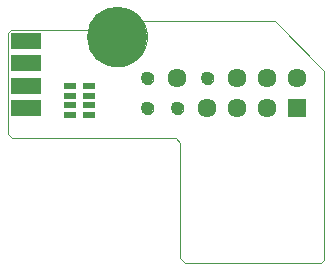
<source format=gbs>
G04 EAGLE Gerber RS-274X export*
G75*
%MOMM*%
%FSLAX34Y34*%
%LPD*%
%INLötstopplack unten*%
%IPPOS*%
%AMOC8*
5,1,8,0,0,1.08239X$1,22.5*%
G01*
%ADD10C,0.000000*%
%ADD11C,5.101600*%
%ADD12R,1.000000X0.600000*%
%ADD13R,2.641600X1.371600*%
%ADD14R,1.609600X1.609600*%
%ADD15C,1.609600*%
%ADD16C,1.101600*%


D10*
X70200Y200100D02*
X70208Y200714D01*
X70230Y201327D01*
X70268Y201939D01*
X70320Y202550D01*
X70388Y203160D01*
X70471Y203768D01*
X70568Y204374D01*
X70680Y204977D01*
X70807Y205578D01*
X70949Y206175D01*
X71106Y206768D01*
X71276Y207357D01*
X71462Y207942D01*
X71661Y208522D01*
X71875Y209097D01*
X72103Y209667D01*
X72345Y210231D01*
X72600Y210789D01*
X72869Y211340D01*
X73152Y211885D01*
X73448Y212422D01*
X73757Y212953D01*
X74079Y213475D01*
X74413Y213989D01*
X74760Y214495D01*
X75120Y214992D01*
X75491Y215481D01*
X75875Y215960D01*
X76270Y216429D01*
X76676Y216889D01*
X77094Y217339D01*
X77522Y217778D01*
X77961Y218206D01*
X78411Y218624D01*
X78871Y219030D01*
X79340Y219425D01*
X79819Y219809D01*
X80308Y220180D01*
X80805Y220540D01*
X81311Y220887D01*
X81825Y221221D01*
X82347Y221543D01*
X82878Y221852D01*
X83415Y222148D01*
X83960Y222431D01*
X84511Y222700D01*
X85069Y222955D01*
X85633Y223197D01*
X86203Y223425D01*
X86778Y223639D01*
X87358Y223838D01*
X87943Y224024D01*
X88532Y224194D01*
X89125Y224351D01*
X89722Y224493D01*
X90323Y224620D01*
X90926Y224732D01*
X91532Y224829D01*
X92140Y224912D01*
X92750Y224980D01*
X93361Y225032D01*
X93973Y225070D01*
X94586Y225092D01*
X95200Y225100D01*
X95814Y225092D01*
X96427Y225070D01*
X97039Y225032D01*
X97650Y224980D01*
X98260Y224912D01*
X98868Y224829D01*
X99474Y224732D01*
X100077Y224620D01*
X100678Y224493D01*
X101275Y224351D01*
X101868Y224194D01*
X102457Y224024D01*
X103042Y223838D01*
X103622Y223639D01*
X104197Y223425D01*
X104767Y223197D01*
X105331Y222955D01*
X105889Y222700D01*
X106440Y222431D01*
X106985Y222148D01*
X107522Y221852D01*
X108053Y221543D01*
X108575Y221221D01*
X109089Y220887D01*
X109595Y220540D01*
X110092Y220180D01*
X110581Y219809D01*
X111060Y219425D01*
X111529Y219030D01*
X111989Y218624D01*
X112439Y218206D01*
X112878Y217778D01*
X113306Y217339D01*
X113724Y216889D01*
X114130Y216429D01*
X114525Y215960D01*
X114909Y215481D01*
X115280Y214992D01*
X115640Y214495D01*
X115987Y213989D01*
X116321Y213475D01*
X116643Y212953D01*
X116952Y212422D01*
X117248Y211885D01*
X117531Y211340D01*
X117800Y210789D01*
X118055Y210231D01*
X118297Y209667D01*
X118525Y209097D01*
X118739Y208522D01*
X118938Y207942D01*
X119124Y207357D01*
X119294Y206768D01*
X119451Y206175D01*
X119593Y205578D01*
X119720Y204977D01*
X119832Y204374D01*
X119929Y203768D01*
X120012Y203160D01*
X120080Y202550D01*
X120132Y201939D01*
X120170Y201327D01*
X120192Y200714D01*
X120200Y200100D01*
X120192Y199486D01*
X120170Y198873D01*
X120132Y198261D01*
X120080Y197650D01*
X120012Y197040D01*
X119929Y196432D01*
X119832Y195826D01*
X119720Y195223D01*
X119593Y194622D01*
X119451Y194025D01*
X119294Y193432D01*
X119124Y192843D01*
X118938Y192258D01*
X118739Y191678D01*
X118525Y191103D01*
X118297Y190533D01*
X118055Y189969D01*
X117800Y189411D01*
X117531Y188860D01*
X117248Y188315D01*
X116952Y187778D01*
X116643Y187247D01*
X116321Y186725D01*
X115987Y186211D01*
X115640Y185705D01*
X115280Y185208D01*
X114909Y184719D01*
X114525Y184240D01*
X114130Y183771D01*
X113724Y183311D01*
X113306Y182861D01*
X112878Y182422D01*
X112439Y181994D01*
X111989Y181576D01*
X111529Y181170D01*
X111060Y180775D01*
X110581Y180391D01*
X110092Y180020D01*
X109595Y179660D01*
X109089Y179313D01*
X108575Y178979D01*
X108053Y178657D01*
X107522Y178348D01*
X106985Y178052D01*
X106440Y177769D01*
X105889Y177500D01*
X105331Y177245D01*
X104767Y177003D01*
X104197Y176775D01*
X103622Y176561D01*
X103042Y176362D01*
X102457Y176176D01*
X101868Y176006D01*
X101275Y175849D01*
X100678Y175707D01*
X100077Y175580D01*
X99474Y175468D01*
X98868Y175371D01*
X98260Y175288D01*
X97650Y175220D01*
X97039Y175168D01*
X96427Y175130D01*
X95814Y175108D01*
X95200Y175100D01*
X94586Y175108D01*
X93973Y175130D01*
X93361Y175168D01*
X92750Y175220D01*
X92140Y175288D01*
X91532Y175371D01*
X90926Y175468D01*
X90323Y175580D01*
X89722Y175707D01*
X89125Y175849D01*
X88532Y176006D01*
X87943Y176176D01*
X87358Y176362D01*
X86778Y176561D01*
X86203Y176775D01*
X85633Y177003D01*
X85069Y177245D01*
X84511Y177500D01*
X83960Y177769D01*
X83415Y178052D01*
X82878Y178348D01*
X82347Y178657D01*
X81825Y178979D01*
X81311Y179313D01*
X80805Y179660D01*
X80308Y180020D01*
X79819Y180391D01*
X79340Y180775D01*
X78871Y181170D01*
X78411Y181576D01*
X77961Y181994D01*
X77522Y182422D01*
X77094Y182861D01*
X76676Y183311D01*
X76270Y183771D01*
X75875Y184240D01*
X75491Y184719D01*
X75120Y185208D01*
X74760Y185705D01*
X74413Y186211D01*
X74079Y186725D01*
X73757Y187247D01*
X73448Y187778D01*
X73152Y188315D01*
X72869Y188860D01*
X72600Y189411D01*
X72345Y189969D01*
X72103Y190533D01*
X71875Y191103D01*
X71661Y191678D01*
X71462Y192258D01*
X71276Y192843D01*
X71106Y193432D01*
X70949Y194025D01*
X70807Y194622D01*
X70680Y195223D01*
X70568Y195826D01*
X70471Y196432D01*
X70388Y197040D01*
X70320Y197650D01*
X70268Y198261D01*
X70230Y198873D01*
X70208Y199486D01*
X70200Y200100D01*
D11*
X95200Y200100D03*
D10*
X144780Y114300D02*
X148590Y110490D01*
X148590Y12700D01*
X152400Y8890D01*
X267970Y8890D01*
X270510Y11430D01*
X270510Y171450D01*
X228600Y213360D01*
X5080Y205740D02*
X2540Y203200D01*
X2540Y118110D01*
X6350Y114300D01*
X144780Y114300D01*
X101600Y213360D02*
X228600Y213360D01*
X101600Y213360D02*
X93980Y205740D01*
X5080Y205740D01*
D12*
X55500Y134050D03*
X55500Y142050D03*
X55500Y150050D03*
X55500Y158050D03*
X71500Y158050D03*
X71500Y150050D03*
X71500Y142050D03*
X71500Y134050D03*
D13*
X17780Y139700D03*
X17780Y158750D03*
X17780Y177800D03*
D14*
X247650Y139700D03*
D15*
X247650Y165100D03*
X222250Y139700D03*
X222250Y165100D03*
X196850Y139700D03*
X196850Y165100D03*
X146050Y165100D03*
D10*
X141050Y139700D02*
X141052Y139841D01*
X141058Y139982D01*
X141068Y140122D01*
X141082Y140262D01*
X141100Y140402D01*
X141121Y140541D01*
X141147Y140680D01*
X141176Y140818D01*
X141210Y140954D01*
X141247Y141090D01*
X141288Y141225D01*
X141333Y141359D01*
X141382Y141491D01*
X141434Y141622D01*
X141490Y141751D01*
X141550Y141878D01*
X141613Y142004D01*
X141679Y142128D01*
X141750Y142251D01*
X141823Y142371D01*
X141900Y142489D01*
X141980Y142605D01*
X142064Y142718D01*
X142150Y142829D01*
X142240Y142938D01*
X142333Y143044D01*
X142428Y143147D01*
X142527Y143248D01*
X142628Y143346D01*
X142732Y143441D01*
X142839Y143533D01*
X142948Y143622D01*
X143060Y143707D01*
X143174Y143790D01*
X143290Y143870D01*
X143409Y143946D01*
X143530Y144018D01*
X143652Y144088D01*
X143777Y144153D01*
X143903Y144216D01*
X144031Y144274D01*
X144161Y144329D01*
X144292Y144381D01*
X144425Y144428D01*
X144559Y144472D01*
X144694Y144513D01*
X144830Y144549D01*
X144967Y144581D01*
X145105Y144610D01*
X145243Y144635D01*
X145383Y144655D01*
X145523Y144672D01*
X145663Y144685D01*
X145804Y144694D01*
X145944Y144699D01*
X146085Y144700D01*
X146226Y144697D01*
X146367Y144690D01*
X146507Y144679D01*
X146647Y144664D01*
X146787Y144645D01*
X146926Y144623D01*
X147064Y144596D01*
X147202Y144566D01*
X147338Y144531D01*
X147474Y144493D01*
X147608Y144451D01*
X147742Y144405D01*
X147874Y144356D01*
X148004Y144302D01*
X148133Y144245D01*
X148260Y144185D01*
X148386Y144121D01*
X148509Y144053D01*
X148631Y143982D01*
X148751Y143908D01*
X148868Y143830D01*
X148983Y143749D01*
X149096Y143665D01*
X149207Y143578D01*
X149315Y143487D01*
X149420Y143394D01*
X149523Y143297D01*
X149623Y143198D01*
X149720Y143096D01*
X149814Y142991D01*
X149905Y142884D01*
X149993Y142774D01*
X150078Y142662D01*
X150160Y142547D01*
X150239Y142430D01*
X150314Y142311D01*
X150386Y142190D01*
X150454Y142067D01*
X150519Y141942D01*
X150581Y141815D01*
X150638Y141686D01*
X150693Y141556D01*
X150743Y141425D01*
X150790Y141292D01*
X150833Y141158D01*
X150872Y141022D01*
X150907Y140886D01*
X150939Y140749D01*
X150966Y140611D01*
X150990Y140472D01*
X151010Y140332D01*
X151026Y140192D01*
X151038Y140052D01*
X151046Y139911D01*
X151050Y139770D01*
X151050Y139630D01*
X151046Y139489D01*
X151038Y139348D01*
X151026Y139208D01*
X151010Y139068D01*
X150990Y138928D01*
X150966Y138789D01*
X150939Y138651D01*
X150907Y138514D01*
X150872Y138378D01*
X150833Y138242D01*
X150790Y138108D01*
X150743Y137975D01*
X150693Y137844D01*
X150638Y137714D01*
X150581Y137585D01*
X150519Y137458D01*
X150454Y137333D01*
X150386Y137210D01*
X150314Y137089D01*
X150239Y136970D01*
X150160Y136853D01*
X150078Y136738D01*
X149993Y136626D01*
X149905Y136516D01*
X149814Y136409D01*
X149720Y136304D01*
X149623Y136202D01*
X149523Y136103D01*
X149420Y136006D01*
X149315Y135913D01*
X149207Y135822D01*
X149096Y135735D01*
X148983Y135651D01*
X148868Y135570D01*
X148751Y135492D01*
X148631Y135418D01*
X148509Y135347D01*
X148386Y135279D01*
X148260Y135215D01*
X148133Y135155D01*
X148004Y135098D01*
X147874Y135044D01*
X147742Y134995D01*
X147608Y134949D01*
X147474Y134907D01*
X147338Y134869D01*
X147202Y134834D01*
X147064Y134804D01*
X146926Y134777D01*
X146787Y134755D01*
X146647Y134736D01*
X146507Y134721D01*
X146367Y134710D01*
X146226Y134703D01*
X146085Y134700D01*
X145944Y134701D01*
X145804Y134706D01*
X145663Y134715D01*
X145523Y134728D01*
X145383Y134745D01*
X145243Y134765D01*
X145105Y134790D01*
X144967Y134819D01*
X144830Y134851D01*
X144694Y134887D01*
X144559Y134928D01*
X144425Y134972D01*
X144292Y135019D01*
X144161Y135071D01*
X144031Y135126D01*
X143903Y135184D01*
X143777Y135247D01*
X143652Y135312D01*
X143530Y135382D01*
X143409Y135454D01*
X143290Y135530D01*
X143174Y135610D01*
X143060Y135693D01*
X142948Y135778D01*
X142839Y135867D01*
X142732Y135959D01*
X142628Y136054D01*
X142527Y136152D01*
X142428Y136253D01*
X142333Y136356D01*
X142240Y136462D01*
X142150Y136571D01*
X142064Y136682D01*
X141980Y136795D01*
X141900Y136911D01*
X141823Y137029D01*
X141750Y137149D01*
X141679Y137272D01*
X141613Y137396D01*
X141550Y137522D01*
X141490Y137649D01*
X141434Y137778D01*
X141382Y137909D01*
X141333Y138041D01*
X141288Y138175D01*
X141247Y138310D01*
X141210Y138446D01*
X141176Y138582D01*
X141147Y138720D01*
X141121Y138859D01*
X141100Y138998D01*
X141082Y139138D01*
X141068Y139278D01*
X141058Y139418D01*
X141052Y139559D01*
X141050Y139700D01*
D16*
X146050Y139700D03*
D10*
X115650Y139700D02*
X115652Y139841D01*
X115658Y139982D01*
X115668Y140122D01*
X115682Y140262D01*
X115700Y140402D01*
X115721Y140541D01*
X115747Y140680D01*
X115776Y140818D01*
X115810Y140954D01*
X115847Y141090D01*
X115888Y141225D01*
X115933Y141359D01*
X115982Y141491D01*
X116034Y141622D01*
X116090Y141751D01*
X116150Y141878D01*
X116213Y142004D01*
X116279Y142128D01*
X116350Y142251D01*
X116423Y142371D01*
X116500Y142489D01*
X116580Y142605D01*
X116664Y142718D01*
X116750Y142829D01*
X116840Y142938D01*
X116933Y143044D01*
X117028Y143147D01*
X117127Y143248D01*
X117228Y143346D01*
X117332Y143441D01*
X117439Y143533D01*
X117548Y143622D01*
X117660Y143707D01*
X117774Y143790D01*
X117890Y143870D01*
X118009Y143946D01*
X118130Y144018D01*
X118252Y144088D01*
X118377Y144153D01*
X118503Y144216D01*
X118631Y144274D01*
X118761Y144329D01*
X118892Y144381D01*
X119025Y144428D01*
X119159Y144472D01*
X119294Y144513D01*
X119430Y144549D01*
X119567Y144581D01*
X119705Y144610D01*
X119843Y144635D01*
X119983Y144655D01*
X120123Y144672D01*
X120263Y144685D01*
X120404Y144694D01*
X120544Y144699D01*
X120685Y144700D01*
X120826Y144697D01*
X120967Y144690D01*
X121107Y144679D01*
X121247Y144664D01*
X121387Y144645D01*
X121526Y144623D01*
X121664Y144596D01*
X121802Y144566D01*
X121938Y144531D01*
X122074Y144493D01*
X122208Y144451D01*
X122342Y144405D01*
X122474Y144356D01*
X122604Y144302D01*
X122733Y144245D01*
X122860Y144185D01*
X122986Y144121D01*
X123109Y144053D01*
X123231Y143982D01*
X123351Y143908D01*
X123468Y143830D01*
X123583Y143749D01*
X123696Y143665D01*
X123807Y143578D01*
X123915Y143487D01*
X124020Y143394D01*
X124123Y143297D01*
X124223Y143198D01*
X124320Y143096D01*
X124414Y142991D01*
X124505Y142884D01*
X124593Y142774D01*
X124678Y142662D01*
X124760Y142547D01*
X124839Y142430D01*
X124914Y142311D01*
X124986Y142190D01*
X125054Y142067D01*
X125119Y141942D01*
X125181Y141815D01*
X125238Y141686D01*
X125293Y141556D01*
X125343Y141425D01*
X125390Y141292D01*
X125433Y141158D01*
X125472Y141022D01*
X125507Y140886D01*
X125539Y140749D01*
X125566Y140611D01*
X125590Y140472D01*
X125610Y140332D01*
X125626Y140192D01*
X125638Y140052D01*
X125646Y139911D01*
X125650Y139770D01*
X125650Y139630D01*
X125646Y139489D01*
X125638Y139348D01*
X125626Y139208D01*
X125610Y139068D01*
X125590Y138928D01*
X125566Y138789D01*
X125539Y138651D01*
X125507Y138514D01*
X125472Y138378D01*
X125433Y138242D01*
X125390Y138108D01*
X125343Y137975D01*
X125293Y137844D01*
X125238Y137714D01*
X125181Y137585D01*
X125119Y137458D01*
X125054Y137333D01*
X124986Y137210D01*
X124914Y137089D01*
X124839Y136970D01*
X124760Y136853D01*
X124678Y136738D01*
X124593Y136626D01*
X124505Y136516D01*
X124414Y136409D01*
X124320Y136304D01*
X124223Y136202D01*
X124123Y136103D01*
X124020Y136006D01*
X123915Y135913D01*
X123807Y135822D01*
X123696Y135735D01*
X123583Y135651D01*
X123468Y135570D01*
X123351Y135492D01*
X123231Y135418D01*
X123109Y135347D01*
X122986Y135279D01*
X122860Y135215D01*
X122733Y135155D01*
X122604Y135098D01*
X122474Y135044D01*
X122342Y134995D01*
X122208Y134949D01*
X122074Y134907D01*
X121938Y134869D01*
X121802Y134834D01*
X121664Y134804D01*
X121526Y134777D01*
X121387Y134755D01*
X121247Y134736D01*
X121107Y134721D01*
X120967Y134710D01*
X120826Y134703D01*
X120685Y134700D01*
X120544Y134701D01*
X120404Y134706D01*
X120263Y134715D01*
X120123Y134728D01*
X119983Y134745D01*
X119843Y134765D01*
X119705Y134790D01*
X119567Y134819D01*
X119430Y134851D01*
X119294Y134887D01*
X119159Y134928D01*
X119025Y134972D01*
X118892Y135019D01*
X118761Y135071D01*
X118631Y135126D01*
X118503Y135184D01*
X118377Y135247D01*
X118252Y135312D01*
X118130Y135382D01*
X118009Y135454D01*
X117890Y135530D01*
X117774Y135610D01*
X117660Y135693D01*
X117548Y135778D01*
X117439Y135867D01*
X117332Y135959D01*
X117228Y136054D01*
X117127Y136152D01*
X117028Y136253D01*
X116933Y136356D01*
X116840Y136462D01*
X116750Y136571D01*
X116664Y136682D01*
X116580Y136795D01*
X116500Y136911D01*
X116423Y137029D01*
X116350Y137149D01*
X116279Y137272D01*
X116213Y137396D01*
X116150Y137522D01*
X116090Y137649D01*
X116034Y137778D01*
X115982Y137909D01*
X115933Y138041D01*
X115888Y138175D01*
X115847Y138310D01*
X115810Y138446D01*
X115776Y138582D01*
X115747Y138720D01*
X115721Y138859D01*
X115700Y138998D01*
X115682Y139138D01*
X115668Y139278D01*
X115658Y139418D01*
X115652Y139559D01*
X115650Y139700D01*
D16*
X120650Y139700D03*
D10*
X115650Y165100D02*
X115652Y165241D01*
X115658Y165382D01*
X115668Y165522D01*
X115682Y165662D01*
X115700Y165802D01*
X115721Y165941D01*
X115747Y166080D01*
X115776Y166218D01*
X115810Y166354D01*
X115847Y166490D01*
X115888Y166625D01*
X115933Y166759D01*
X115982Y166891D01*
X116034Y167022D01*
X116090Y167151D01*
X116150Y167278D01*
X116213Y167404D01*
X116279Y167528D01*
X116350Y167651D01*
X116423Y167771D01*
X116500Y167889D01*
X116580Y168005D01*
X116664Y168118D01*
X116750Y168229D01*
X116840Y168338D01*
X116933Y168444D01*
X117028Y168547D01*
X117127Y168648D01*
X117228Y168746D01*
X117332Y168841D01*
X117439Y168933D01*
X117548Y169022D01*
X117660Y169107D01*
X117774Y169190D01*
X117890Y169270D01*
X118009Y169346D01*
X118130Y169418D01*
X118252Y169488D01*
X118377Y169553D01*
X118503Y169616D01*
X118631Y169674D01*
X118761Y169729D01*
X118892Y169781D01*
X119025Y169828D01*
X119159Y169872D01*
X119294Y169913D01*
X119430Y169949D01*
X119567Y169981D01*
X119705Y170010D01*
X119843Y170035D01*
X119983Y170055D01*
X120123Y170072D01*
X120263Y170085D01*
X120404Y170094D01*
X120544Y170099D01*
X120685Y170100D01*
X120826Y170097D01*
X120967Y170090D01*
X121107Y170079D01*
X121247Y170064D01*
X121387Y170045D01*
X121526Y170023D01*
X121664Y169996D01*
X121802Y169966D01*
X121938Y169931D01*
X122074Y169893D01*
X122208Y169851D01*
X122342Y169805D01*
X122474Y169756D01*
X122604Y169702D01*
X122733Y169645D01*
X122860Y169585D01*
X122986Y169521D01*
X123109Y169453D01*
X123231Y169382D01*
X123351Y169308D01*
X123468Y169230D01*
X123583Y169149D01*
X123696Y169065D01*
X123807Y168978D01*
X123915Y168887D01*
X124020Y168794D01*
X124123Y168697D01*
X124223Y168598D01*
X124320Y168496D01*
X124414Y168391D01*
X124505Y168284D01*
X124593Y168174D01*
X124678Y168062D01*
X124760Y167947D01*
X124839Y167830D01*
X124914Y167711D01*
X124986Y167590D01*
X125054Y167467D01*
X125119Y167342D01*
X125181Y167215D01*
X125238Y167086D01*
X125293Y166956D01*
X125343Y166825D01*
X125390Y166692D01*
X125433Y166558D01*
X125472Y166422D01*
X125507Y166286D01*
X125539Y166149D01*
X125566Y166011D01*
X125590Y165872D01*
X125610Y165732D01*
X125626Y165592D01*
X125638Y165452D01*
X125646Y165311D01*
X125650Y165170D01*
X125650Y165030D01*
X125646Y164889D01*
X125638Y164748D01*
X125626Y164608D01*
X125610Y164468D01*
X125590Y164328D01*
X125566Y164189D01*
X125539Y164051D01*
X125507Y163914D01*
X125472Y163778D01*
X125433Y163642D01*
X125390Y163508D01*
X125343Y163375D01*
X125293Y163244D01*
X125238Y163114D01*
X125181Y162985D01*
X125119Y162858D01*
X125054Y162733D01*
X124986Y162610D01*
X124914Y162489D01*
X124839Y162370D01*
X124760Y162253D01*
X124678Y162138D01*
X124593Y162026D01*
X124505Y161916D01*
X124414Y161809D01*
X124320Y161704D01*
X124223Y161602D01*
X124123Y161503D01*
X124020Y161406D01*
X123915Y161313D01*
X123807Y161222D01*
X123696Y161135D01*
X123583Y161051D01*
X123468Y160970D01*
X123351Y160892D01*
X123231Y160818D01*
X123109Y160747D01*
X122986Y160679D01*
X122860Y160615D01*
X122733Y160555D01*
X122604Y160498D01*
X122474Y160444D01*
X122342Y160395D01*
X122208Y160349D01*
X122074Y160307D01*
X121938Y160269D01*
X121802Y160234D01*
X121664Y160204D01*
X121526Y160177D01*
X121387Y160155D01*
X121247Y160136D01*
X121107Y160121D01*
X120967Y160110D01*
X120826Y160103D01*
X120685Y160100D01*
X120544Y160101D01*
X120404Y160106D01*
X120263Y160115D01*
X120123Y160128D01*
X119983Y160145D01*
X119843Y160165D01*
X119705Y160190D01*
X119567Y160219D01*
X119430Y160251D01*
X119294Y160287D01*
X119159Y160328D01*
X119025Y160372D01*
X118892Y160419D01*
X118761Y160471D01*
X118631Y160526D01*
X118503Y160584D01*
X118377Y160647D01*
X118252Y160712D01*
X118130Y160782D01*
X118009Y160854D01*
X117890Y160930D01*
X117774Y161010D01*
X117660Y161093D01*
X117548Y161178D01*
X117439Y161267D01*
X117332Y161359D01*
X117228Y161454D01*
X117127Y161552D01*
X117028Y161653D01*
X116933Y161756D01*
X116840Y161862D01*
X116750Y161971D01*
X116664Y162082D01*
X116580Y162195D01*
X116500Y162311D01*
X116423Y162429D01*
X116350Y162549D01*
X116279Y162672D01*
X116213Y162796D01*
X116150Y162922D01*
X116090Y163049D01*
X116034Y163178D01*
X115982Y163309D01*
X115933Y163441D01*
X115888Y163575D01*
X115847Y163710D01*
X115810Y163846D01*
X115776Y163982D01*
X115747Y164120D01*
X115721Y164259D01*
X115700Y164398D01*
X115682Y164538D01*
X115668Y164678D01*
X115658Y164818D01*
X115652Y164959D01*
X115650Y165100D01*
D16*
X120650Y165100D03*
D15*
X171450Y139700D03*
D10*
X166450Y165100D02*
X166452Y165241D01*
X166458Y165382D01*
X166468Y165522D01*
X166482Y165662D01*
X166500Y165802D01*
X166521Y165941D01*
X166547Y166080D01*
X166576Y166218D01*
X166610Y166354D01*
X166647Y166490D01*
X166688Y166625D01*
X166733Y166759D01*
X166782Y166891D01*
X166834Y167022D01*
X166890Y167151D01*
X166950Y167278D01*
X167013Y167404D01*
X167079Y167528D01*
X167150Y167651D01*
X167223Y167771D01*
X167300Y167889D01*
X167380Y168005D01*
X167464Y168118D01*
X167550Y168229D01*
X167640Y168338D01*
X167733Y168444D01*
X167828Y168547D01*
X167927Y168648D01*
X168028Y168746D01*
X168132Y168841D01*
X168239Y168933D01*
X168348Y169022D01*
X168460Y169107D01*
X168574Y169190D01*
X168690Y169270D01*
X168809Y169346D01*
X168930Y169418D01*
X169052Y169488D01*
X169177Y169553D01*
X169303Y169616D01*
X169431Y169674D01*
X169561Y169729D01*
X169692Y169781D01*
X169825Y169828D01*
X169959Y169872D01*
X170094Y169913D01*
X170230Y169949D01*
X170367Y169981D01*
X170505Y170010D01*
X170643Y170035D01*
X170783Y170055D01*
X170923Y170072D01*
X171063Y170085D01*
X171204Y170094D01*
X171344Y170099D01*
X171485Y170100D01*
X171626Y170097D01*
X171767Y170090D01*
X171907Y170079D01*
X172047Y170064D01*
X172187Y170045D01*
X172326Y170023D01*
X172464Y169996D01*
X172602Y169966D01*
X172738Y169931D01*
X172874Y169893D01*
X173008Y169851D01*
X173142Y169805D01*
X173274Y169756D01*
X173404Y169702D01*
X173533Y169645D01*
X173660Y169585D01*
X173786Y169521D01*
X173909Y169453D01*
X174031Y169382D01*
X174151Y169308D01*
X174268Y169230D01*
X174383Y169149D01*
X174496Y169065D01*
X174607Y168978D01*
X174715Y168887D01*
X174820Y168794D01*
X174923Y168697D01*
X175023Y168598D01*
X175120Y168496D01*
X175214Y168391D01*
X175305Y168284D01*
X175393Y168174D01*
X175478Y168062D01*
X175560Y167947D01*
X175639Y167830D01*
X175714Y167711D01*
X175786Y167590D01*
X175854Y167467D01*
X175919Y167342D01*
X175981Y167215D01*
X176038Y167086D01*
X176093Y166956D01*
X176143Y166825D01*
X176190Y166692D01*
X176233Y166558D01*
X176272Y166422D01*
X176307Y166286D01*
X176339Y166149D01*
X176366Y166011D01*
X176390Y165872D01*
X176410Y165732D01*
X176426Y165592D01*
X176438Y165452D01*
X176446Y165311D01*
X176450Y165170D01*
X176450Y165030D01*
X176446Y164889D01*
X176438Y164748D01*
X176426Y164608D01*
X176410Y164468D01*
X176390Y164328D01*
X176366Y164189D01*
X176339Y164051D01*
X176307Y163914D01*
X176272Y163778D01*
X176233Y163642D01*
X176190Y163508D01*
X176143Y163375D01*
X176093Y163244D01*
X176038Y163114D01*
X175981Y162985D01*
X175919Y162858D01*
X175854Y162733D01*
X175786Y162610D01*
X175714Y162489D01*
X175639Y162370D01*
X175560Y162253D01*
X175478Y162138D01*
X175393Y162026D01*
X175305Y161916D01*
X175214Y161809D01*
X175120Y161704D01*
X175023Y161602D01*
X174923Y161503D01*
X174820Y161406D01*
X174715Y161313D01*
X174607Y161222D01*
X174496Y161135D01*
X174383Y161051D01*
X174268Y160970D01*
X174151Y160892D01*
X174031Y160818D01*
X173909Y160747D01*
X173786Y160679D01*
X173660Y160615D01*
X173533Y160555D01*
X173404Y160498D01*
X173274Y160444D01*
X173142Y160395D01*
X173008Y160349D01*
X172874Y160307D01*
X172738Y160269D01*
X172602Y160234D01*
X172464Y160204D01*
X172326Y160177D01*
X172187Y160155D01*
X172047Y160136D01*
X171907Y160121D01*
X171767Y160110D01*
X171626Y160103D01*
X171485Y160100D01*
X171344Y160101D01*
X171204Y160106D01*
X171063Y160115D01*
X170923Y160128D01*
X170783Y160145D01*
X170643Y160165D01*
X170505Y160190D01*
X170367Y160219D01*
X170230Y160251D01*
X170094Y160287D01*
X169959Y160328D01*
X169825Y160372D01*
X169692Y160419D01*
X169561Y160471D01*
X169431Y160526D01*
X169303Y160584D01*
X169177Y160647D01*
X169052Y160712D01*
X168930Y160782D01*
X168809Y160854D01*
X168690Y160930D01*
X168574Y161010D01*
X168460Y161093D01*
X168348Y161178D01*
X168239Y161267D01*
X168132Y161359D01*
X168028Y161454D01*
X167927Y161552D01*
X167828Y161653D01*
X167733Y161756D01*
X167640Y161862D01*
X167550Y161971D01*
X167464Y162082D01*
X167380Y162195D01*
X167300Y162311D01*
X167223Y162429D01*
X167150Y162549D01*
X167079Y162672D01*
X167013Y162796D01*
X166950Y162922D01*
X166890Y163049D01*
X166834Y163178D01*
X166782Y163309D01*
X166733Y163441D01*
X166688Y163575D01*
X166647Y163710D01*
X166610Y163846D01*
X166576Y163982D01*
X166547Y164120D01*
X166521Y164259D01*
X166500Y164398D01*
X166482Y164538D01*
X166468Y164678D01*
X166458Y164818D01*
X166452Y164959D01*
X166450Y165100D01*
D16*
X171450Y165100D03*
D13*
X17780Y196850D03*
M02*

</source>
